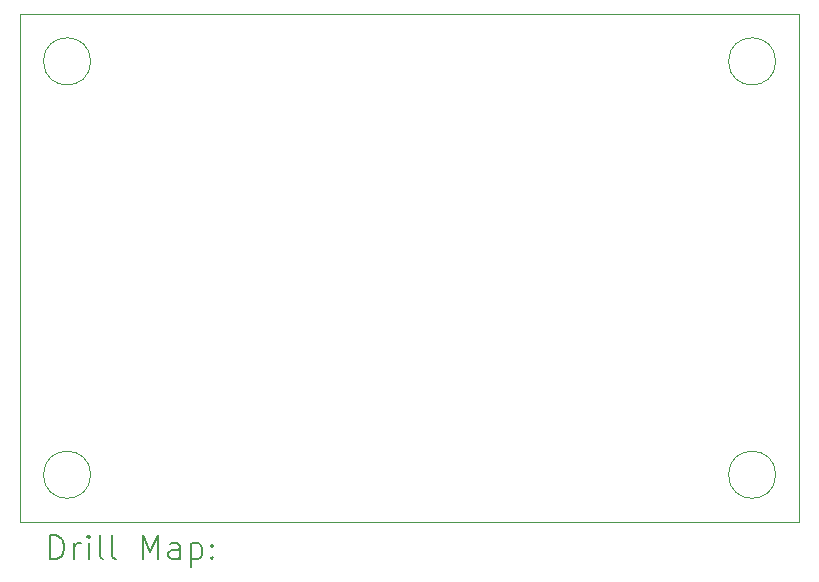
<source format=gbr>
%TF.GenerationSoftware,KiCad,Pcbnew,7.0.6*%
%TF.CreationDate,2023-08-20T15:56:09-04:00*%
%TF.ProjectId,Crystal,43727973-7461-46c2-9e6b-696361645f70,rev?*%
%TF.SameCoordinates,Original*%
%TF.FileFunction,Drillmap*%
%TF.FilePolarity,Positive*%
%FSLAX45Y45*%
G04 Gerber Fmt 4.5, Leading zero omitted, Abs format (unit mm)*
G04 Created by KiCad (PCBNEW 7.0.6) date 2023-08-20 15:56:09*
%MOMM*%
%LPD*%
G01*
G04 APERTURE LIST*
%ADD10C,0.050000*%
%ADD11C,0.200000*%
G04 APERTURE END LIST*
D10*
X8400000Y-2400000D02*
G75*
G03*
X8400000Y-2400000I-200000J0D01*
G01*
X8400000Y-5900000D02*
G75*
G03*
X8400000Y-5900000I-200000J0D01*
G01*
X8600000Y-2000000D02*
X2000000Y-2000000D01*
X2000000Y-6300000D02*
X8600000Y-6300000D01*
X8600000Y-6300000D02*
X8600000Y-2000000D01*
X2600000Y-5900000D02*
G75*
G03*
X2600000Y-5900000I-200000J0D01*
G01*
X2600000Y-2400000D02*
G75*
G03*
X2600000Y-2400000I-200000J0D01*
G01*
X2000000Y-6300000D02*
X2000000Y-2000000D01*
D11*
X2258277Y-6613984D02*
X2258277Y-6413984D01*
X2258277Y-6413984D02*
X2305896Y-6413984D01*
X2305896Y-6413984D02*
X2334467Y-6423508D01*
X2334467Y-6423508D02*
X2353515Y-6442555D01*
X2353515Y-6442555D02*
X2363039Y-6461603D01*
X2363039Y-6461603D02*
X2372563Y-6499698D01*
X2372563Y-6499698D02*
X2372563Y-6528269D01*
X2372563Y-6528269D02*
X2363039Y-6566365D01*
X2363039Y-6566365D02*
X2353515Y-6585412D01*
X2353515Y-6585412D02*
X2334467Y-6604460D01*
X2334467Y-6604460D02*
X2305896Y-6613984D01*
X2305896Y-6613984D02*
X2258277Y-6613984D01*
X2458277Y-6613984D02*
X2458277Y-6480650D01*
X2458277Y-6518746D02*
X2467801Y-6499698D01*
X2467801Y-6499698D02*
X2477324Y-6490174D01*
X2477324Y-6490174D02*
X2496372Y-6480650D01*
X2496372Y-6480650D02*
X2515420Y-6480650D01*
X2582086Y-6613984D02*
X2582086Y-6480650D01*
X2582086Y-6413984D02*
X2572563Y-6423508D01*
X2572563Y-6423508D02*
X2582086Y-6433031D01*
X2582086Y-6433031D02*
X2591610Y-6423508D01*
X2591610Y-6423508D02*
X2582086Y-6413984D01*
X2582086Y-6413984D02*
X2582086Y-6433031D01*
X2705896Y-6613984D02*
X2686848Y-6604460D01*
X2686848Y-6604460D02*
X2677324Y-6585412D01*
X2677324Y-6585412D02*
X2677324Y-6413984D01*
X2810658Y-6613984D02*
X2791610Y-6604460D01*
X2791610Y-6604460D02*
X2782086Y-6585412D01*
X2782086Y-6585412D02*
X2782086Y-6413984D01*
X3039229Y-6613984D02*
X3039229Y-6413984D01*
X3039229Y-6413984D02*
X3105896Y-6556841D01*
X3105896Y-6556841D02*
X3172562Y-6413984D01*
X3172562Y-6413984D02*
X3172562Y-6613984D01*
X3353515Y-6613984D02*
X3353515Y-6509222D01*
X3353515Y-6509222D02*
X3343991Y-6490174D01*
X3343991Y-6490174D02*
X3324943Y-6480650D01*
X3324943Y-6480650D02*
X3286848Y-6480650D01*
X3286848Y-6480650D02*
X3267801Y-6490174D01*
X3353515Y-6604460D02*
X3334467Y-6613984D01*
X3334467Y-6613984D02*
X3286848Y-6613984D01*
X3286848Y-6613984D02*
X3267801Y-6604460D01*
X3267801Y-6604460D02*
X3258277Y-6585412D01*
X3258277Y-6585412D02*
X3258277Y-6566365D01*
X3258277Y-6566365D02*
X3267801Y-6547317D01*
X3267801Y-6547317D02*
X3286848Y-6537793D01*
X3286848Y-6537793D02*
X3334467Y-6537793D01*
X3334467Y-6537793D02*
X3353515Y-6528269D01*
X3448753Y-6480650D02*
X3448753Y-6680650D01*
X3448753Y-6490174D02*
X3467801Y-6480650D01*
X3467801Y-6480650D02*
X3505896Y-6480650D01*
X3505896Y-6480650D02*
X3524943Y-6490174D01*
X3524943Y-6490174D02*
X3534467Y-6499698D01*
X3534467Y-6499698D02*
X3543991Y-6518746D01*
X3543991Y-6518746D02*
X3543991Y-6575888D01*
X3543991Y-6575888D02*
X3534467Y-6594936D01*
X3534467Y-6594936D02*
X3524943Y-6604460D01*
X3524943Y-6604460D02*
X3505896Y-6613984D01*
X3505896Y-6613984D02*
X3467801Y-6613984D01*
X3467801Y-6613984D02*
X3448753Y-6604460D01*
X3629705Y-6594936D02*
X3639229Y-6604460D01*
X3639229Y-6604460D02*
X3629705Y-6613984D01*
X3629705Y-6613984D02*
X3620182Y-6604460D01*
X3620182Y-6604460D02*
X3629705Y-6594936D01*
X3629705Y-6594936D02*
X3629705Y-6613984D01*
X3629705Y-6490174D02*
X3639229Y-6499698D01*
X3639229Y-6499698D02*
X3629705Y-6509222D01*
X3629705Y-6509222D02*
X3620182Y-6499698D01*
X3620182Y-6499698D02*
X3629705Y-6490174D01*
X3629705Y-6490174D02*
X3629705Y-6509222D01*
M02*

</source>
